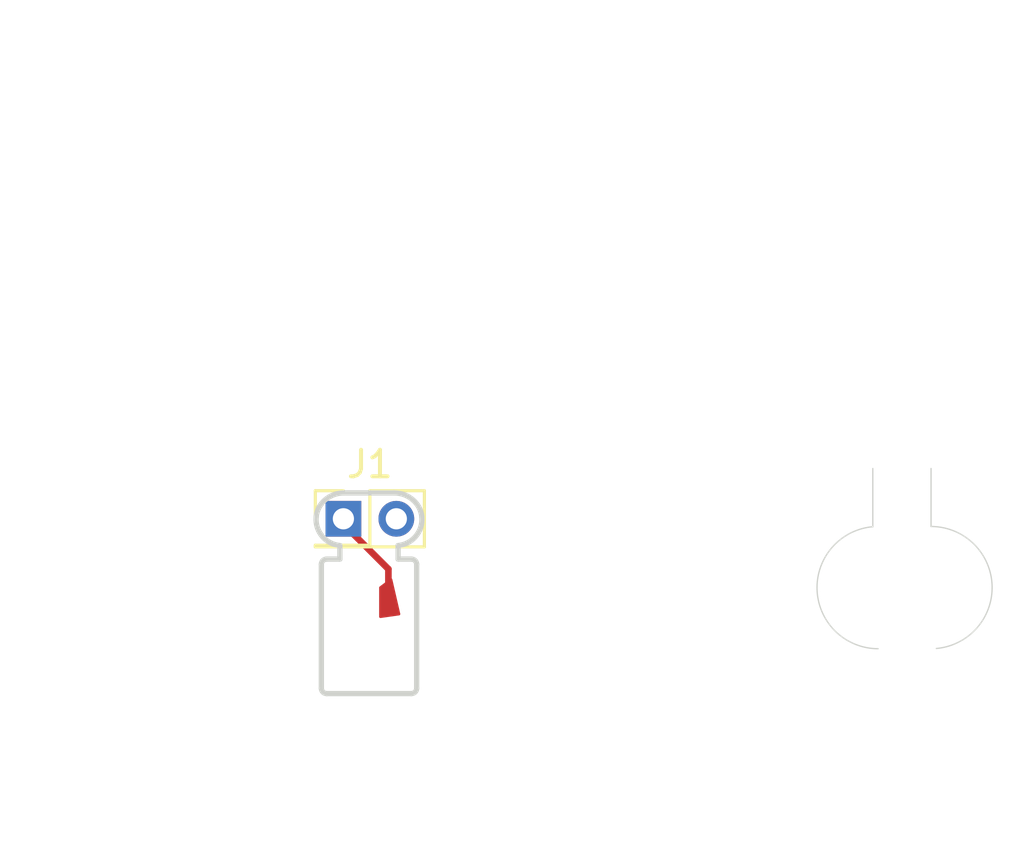
<source format=kicad_pcb>
(kicad_pcb (version 20171130) (host pcbnew "(5.1.10-1-10_14)")

  (general
    (thickness 1.6)
    (drawings 28)
    (tracks 5)
    (zones 0)
    (modules 1)
    (nets 3)
  )

  (page A4)
  (layers
    (0 F.Cu signal)
    (31 B.Cu signal)
    (32 B.Adhes user)
    (33 F.Adhes user)
    (34 B.Paste user)
    (35 F.Paste user)
    (36 B.SilkS user)
    (37 F.SilkS user)
    (38 B.Mask user)
    (39 F.Mask user)
    (40 Dwgs.User user)
    (41 Cmts.User user)
    (42 Eco1.User user)
    (43 Eco2.User user)
    (44 Edge.Cuts user)
    (45 Margin user)
    (46 B.CrtYd user)
    (47 F.CrtYd user)
    (48 B.Fab user)
    (49 F.Fab user)
  )

  (setup
    (last_trace_width 0.25)
    (trace_clearance 0.2)
    (zone_clearance 0.508)
    (zone_45_only no)
    (trace_min 0.2)
    (via_size 0.8)
    (via_drill 0.4)
    (via_min_size 0.4)
    (via_min_drill 0.3)
    (uvia_size 0.3)
    (uvia_drill 0.1)
    (uvias_allowed no)
    (uvia_min_size 0.2)
    (uvia_min_drill 0.1)
    (edge_width 0.05)
    (segment_width 0.2)
    (pcb_text_width 0.3)
    (pcb_text_size 1.5 1.5)
    (mod_edge_width 0.12)
    (mod_text_size 1 1)
    (mod_text_width 0.15)
    (pad_size 1.524 1.524)
    (pad_drill 0.762)
    (pad_to_mask_clearance 0)
    (aux_axis_origin 0 0)
    (visible_elements FFFFFF7F)
    (pcbplotparams
      (layerselection 0x010fc_ffffffff)
      (usegerberextensions false)
      (usegerberattributes true)
      (usegerberadvancedattributes true)
      (creategerberjobfile true)
      (excludeedgelayer true)
      (linewidth 0.100000)
      (plotframeref false)
      (viasonmask false)
      (mode 1)
      (useauxorigin false)
      (hpglpennumber 1)
      (hpglpenspeed 20)
      (hpglpendiameter 15.000000)
      (psnegative false)
      (psa4output false)
      (plotreference true)
      (plotvalue true)
      (plotinvisibletext false)
      (padsonsilk false)
      (subtractmaskfromsilk false)
      (outputformat 1)
      (mirror false)
      (drillshape 1)
      (scaleselection 1)
      (outputdirectory ""))
  )

  (net 0 "")
  (net 1 "Net-(J1-Pad1)")
  (net 2 "Net-(J1-Pad2)")

  (net_class Default "This is the default net class."
    (clearance 0.2)
    (trace_width 0.25)
    (via_dia 0.8)
    (via_drill 0.4)
    (uvia_dia 0.3)
    (uvia_drill 0.1)
    (add_net "Net-(J1-Pad1)")
    (add_net "Net-(J1-Pad2)")
  )

  (module Connector_PinHeader_2.00mm:PinHeader_2x01_P2.00mm_Vertical (layer F.Cu) (tedit 59FED667) (tstamp 6160C1D9)
    (at 108.9 91.9)
    (descr "Through hole straight pin header, 2x01, 2.00mm pitch, double rows")
    (tags "Through hole pin header THT 2x01 2.00mm double row")
    (path /6160674E)
    (fp_text reference J1 (at 1 -2.06) (layer F.SilkS)
      (effects (font (size 1 1) (thickness 0.15)))
    )
    (fp_text value Conn_01x02 (at -8.3 -1.2) (layer F.Fab)
      (effects (font (size 1 1) (thickness 0.15)))
    )
    (fp_line (start 3.5 -1.5) (end -1.5 -1.5) (layer F.CrtYd) (width 0.05))
    (fp_line (start 3.5 1.5) (end 3.5 -1.5) (layer F.CrtYd) (width 0.05))
    (fp_line (start -1.5 1.5) (end 3.5 1.5) (layer F.CrtYd) (width 0.05))
    (fp_line (start -1.5 -1.5) (end -1.5 1.5) (layer F.CrtYd) (width 0.05))
    (fp_line (start -1.06 -1.06) (end 0 -1.06) (layer F.SilkS) (width 0.12))
    (fp_line (start -1.06 0) (end -1.06 -1.06) (layer F.SilkS) (width 0.12))
    (fp_line (start 1 -1.06) (end 3.06 -1.06) (layer F.SilkS) (width 0.12))
    (fp_line (start 1 1) (end 1 -1.06) (layer F.SilkS) (width 0.12))
    (fp_line (start -1.06 1) (end 1 1) (layer F.SilkS) (width 0.12))
    (fp_line (start 3.06 -1.06) (end 3.06 1.06) (layer F.SilkS) (width 0.12))
    (fp_line (start -1.06 1) (end -1.06 1.06) (layer F.SilkS) (width 0.12))
    (fp_line (start -1.06 1.06) (end 3.06 1.06) (layer F.SilkS) (width 0.12))
    (fp_line (start -1 0) (end 0 -1) (layer F.Fab) (width 0.1))
    (fp_line (start -1 1) (end -1 0) (layer F.Fab) (width 0.1))
    (fp_line (start 3 1) (end -1 1) (layer F.Fab) (width 0.1))
    (fp_line (start 3 -1) (end 3 1) (layer F.Fab) (width 0.1))
    (fp_line (start 0 -1) (end 3 -1) (layer F.Fab) (width 0.1))
    (fp_text user %R (at -11.2 1.9 90) (layer F.Fab)
      (effects (font (size 1 1) (thickness 0.15)))
    )
    (pad 1 thru_hole rect (at 0 0) (size 1.35 1.35) (drill 0.8) (layers *.Cu *.Mask)
      (net 1 "Net-(J1-Pad1)"))
    (pad 2 thru_hole oval (at 2 0) (size 1.35 1.35) (drill 0.8) (layers *.Cu *.Mask)
      (net 2 "Net-(J1-Pad2)"))
    (model ${KISYS3DMOD}/Connector_PinHeader_2.00mm.3dshapes/PinHeader_2x01_P2.00mm_Vertical.wrl
      (at (xyz 0 0 0))
      (scale (xyz 1 1 1))
      (rotate (xyz 0 0 0))
    )
  )

  (gr_poly (pts (xy 111 95.5) (xy 110.3 95.6) (xy 110.3 94.5) (xy 110.7 94.2)) (layer F.Cu) (width 0.1))
  (gr_line (start 109.8 98) (end 109.8 89.8) (layer Dwgs.User) (width 0.05))
  (dimension 1.8 (width 0.15) (layer Dwgs.User) (tstamp 6160C2E2)
    (gr_text "1.800 mm" (at 108.9 101.9) (layer Dwgs.User) (tstamp 6160C2E3)
      (effects (font (size 1 1) (thickness 0.15)))
    )
    (feature1 (pts (xy 109.8 98.3) (xy 109.8 101.186421)))
    (feature2 (pts (xy 108 98.3) (xy 108 101.186421)))
    (crossbar (pts (xy 108 100.6) (xy 109.8 100.6)))
    (arrow1a (pts (xy 109.8 100.6) (xy 108.673496 101.186421)))
    (arrow1b (pts (xy 109.8 100.6) (xy 108.673496 100.013579)))
    (arrow2a (pts (xy 108 100.6) (xy 109.126504 101.186421)))
    (arrow2b (pts (xy 108 100.6) (xy 109.126504 100.013579)))
  )
  (dimension 3.600018 (width 0.15) (layer Dwgs.User)
    (gr_text "3.600 mm" (at 109.867607 104.9) (layer Dwgs.User)
      (effects (font (size 1 1) (thickness 0.15)))
    )
    (feature1 (pts (xy 111.667616 98.303397) (xy 111.667616 104.186421)))
    (feature2 (pts (xy 108.067598 98.303397) (xy 108.067598 104.186421)))
    (crossbar (pts (xy 108.067598 103.6) (xy 111.667616 103.6)))
    (arrow1a (pts (xy 111.667616 103.6) (xy 110.541112 104.186421)))
    (arrow1b (pts (xy 111.667616 103.6) (xy 110.541112 103.013579)))
    (arrow2a (pts (xy 108.067598 103.6) (xy 109.194102 104.186421)))
    (arrow2b (pts (xy 108.067598 103.6) (xy 109.194102 103.013579)))
  )
  (gr_curve (pts (xy 110.967615 93.422398) (xy 110.967615 93.422398) (xy 110.967615 92.912394) (xy 110.967615 92.912394)) (layer Edge.Cuts) (width 0.2))
  (gr_curve (pts (xy 111.467616 93.422398) (xy 111.467616 93.422398) (xy 110.967615 93.422398) (xy 110.967615 93.422398)) (layer Edge.Cuts) (width 0.2))
  (gr_curve (pts (xy 111.667616 93.622398) (xy 111.667616 93.511941) (xy 111.578072 93.422398) (xy 111.467616 93.422398)) (layer Edge.Cuts) (width 0.2))
  (gr_curve (pts (xy 111.667616 98.303397) (xy 111.667616 98.303397) (xy 111.667616 93.622398) (xy 111.667616 93.622398)) (layer Edge.Cuts) (width 0.2))
  (gr_curve (pts (xy 111.467616 98.503397) (xy 111.578072 98.503397) (xy 111.667616 98.413854) (xy 111.667616 98.303397)) (layer Edge.Cuts) (width 0.2))
  (gr_curve (pts (xy 108.267598 98.503397) (xy 108.267598 98.503397) (xy 111.467616 98.503397) (xy 111.467616 98.503397)) (layer Edge.Cuts) (width 0.2))
  (gr_curve (pts (xy 108.067598 98.303397) (xy 108.067598 98.413854) (xy 108.157141 98.503397) (xy 108.267598 98.503397)) (layer Edge.Cuts) (width 0.2))
  (gr_curve (pts (xy 108.067598 93.622398) (xy 108.067598 93.622398) (xy 108.067598 98.303397) (xy 108.067598 98.303397)) (layer Edge.Cuts) (width 0.2))
  (gr_curve (pts (xy 108.267598 93.422398) (xy 108.157141 93.422398) (xy 108.067598 93.511941) (xy 108.067598 93.622398)) (layer Edge.Cuts) (width 0.2))
  (gr_curve (pts (xy 108.767599 93.422398) (xy 108.767599 93.422398) (xy 108.267598 93.422398) (xy 108.267598 93.422398)) (layer Edge.Cuts) (width 0.2))
  (gr_curve (pts (xy 108.767599 92.912394) (xy 108.767599 92.912394) (xy 108.767599 93.422398) (xy 108.767599 93.422398)) (layer Edge.Cuts) (width 0.2))
  (gr_curve (pts (xy 107.871296 91.835629) (xy 107.824194 92.392777) (xy 108.235033 92.858699) (xy 108.767599 92.912394)) (layer Edge.Cuts) (width 0.2))
  (gr_curve (pts (xy 108.918376 90.922463) (xy 108.390366 90.922463) (xy 107.915777 91.309496) (xy 107.871296 91.835629)) (layer Edge.Cuts) (width 0.2))
  (gr_curve (pts (xy 110.816838 90.922463) (xy 110.816838 90.922463) (xy 108.918376 90.922463) (xy 108.918376 90.922463)) (layer Edge.Cuts) (width 0.2))
  (gr_curve (pts (xy 111.863918 91.835629) (xy 111.819437 91.309496) (xy 111.344848 90.922463) (xy 110.816838 90.922463)) (layer Edge.Cuts) (width 0.2))
  (gr_curve (pts (xy 110.967615 92.912394) (xy 111.500181 92.858699) (xy 111.91102 92.392777) (xy 111.863918 91.835629)) (layer Edge.Cuts) (width 0.2))
  (gr_arc (start 131.1 94.5) (end 131.3 96.8) (angle -175.0302593) (layer Edge.Cuts) (width 0.05) (tstamp 6160C295))
  (gr_arc (start 129.1 94.5) (end 128.9 92.2) (angle -175.0302593) (layer Edge.Cuts) (width 0.05))
  (gr_line (start 131.1 90) (end 131.1 92.191321) (layer Edge.Cuts) (width 0.05) (tstamp 6160C24F))
  (gr_line (start 128.9 90) (end 128.9 92.2) (layer Edge.Cuts) (width 0.05))
  (dimension 1.6 (width 0.15) (layer Dwgs.User) (tstamp 6160C23B)
    (gr_text "1.600 mm" (at 130.8 81.1) (layer Dwgs.User) (tstamp 6160C23C)
      (effects (font (size 1 1) (thickness 0.15)))
    )
    (feature1 (pts (xy 130 90) (xy 130 81.813579)))
    (feature2 (pts (xy 131.6 90) (xy 131.6 81.813579)))
    (crossbar (pts (xy 131.6 82.4) (xy 130 82.4)))
    (arrow1a (pts (xy 130 82.4) (xy 131.126504 81.813579)))
    (arrow1b (pts (xy 130 82.4) (xy 131.126504 82.986421)))
    (arrow2a (pts (xy 131.6 82.4) (xy 130.473496 81.813579)))
    (arrow2b (pts (xy 131.6 82.4) (xy 130.473496 82.986421)))
  )
  (dimension 1.6 (width 0.15) (layer Dwgs.User)
    (gr_text "1.600 mm" (at 129.2 76.9) (layer Dwgs.User)
      (effects (font (size 1 1) (thickness 0.15)))
    )
    (feature1 (pts (xy 128.4 90) (xy 128.4 77.613579)))
    (feature2 (pts (xy 130 90) (xy 130 77.613579)))
    (crossbar (pts (xy 130 78.2) (xy 128.4 78.2)))
    (arrow1a (pts (xy 128.4 78.2) (xy 129.526504 77.613579)))
    (arrow1b (pts (xy 128.4 78.2) (xy 129.526504 78.786421)))
    (arrow2a (pts (xy 130 78.2) (xy 128.873496 77.613579)))
    (arrow2b (pts (xy 130 78.2) (xy 128.873496 78.786421)))
  )
  (dimension 2.2 (width 0.15) (layer Dwgs.User) (tstamp 6160C225)
    (gr_text "2.200 mm" (at 130 73) (layer Dwgs.User) (tstamp 6160C226)
      (effects (font (size 1 1) (thickness 0.15)))
    )
    (feature1 (pts (xy 128.9 90) (xy 128.9 73.713579)))
    (feature2 (pts (xy 131.1 90) (xy 131.1 73.713579)))
    (crossbar (pts (xy 131.1 74.3) (xy 128.9 74.3)))
    (arrow1a (pts (xy 128.9 74.3) (xy 130.026504 73.713579)))
    (arrow1b (pts (xy 128.9 74.3) (xy 130.026504 74.886421)))
    (arrow2a (pts (xy 131.1 74.3) (xy 129.973496 73.713579)))
    (arrow2b (pts (xy 131.1 74.3) (xy 129.973496 74.886421)))
  )
  (dimension 1.1 (width 0.15) (layer Dwgs.User) (tstamp 6160C212)
    (gr_text "1.100 mm" (at 130.55 84.3) (layer Dwgs.User) (tstamp 6160C213)
      (effects (font (size 1 1) (thickness 0.15)))
    )
    (feature1 (pts (xy 131.1 90) (xy 131.1 85.013579)))
    (feature2 (pts (xy 130 90) (xy 130 85.013579)))
    (crossbar (pts (xy 130 85.6) (xy 131.1 85.6)))
    (arrow1a (pts (xy 131.1 85.6) (xy 129.973496 86.186421)))
    (arrow1b (pts (xy 131.1 85.6) (xy 129.973496 85.013579)))
    (arrow2a (pts (xy 130 85.6) (xy 131.126504 86.186421)))
    (arrow2b (pts (xy 130 85.6) (xy 131.126504 85.013579)))
  )

  (segment (start 108.9 91.9) (end 108.9 92) (width 0.25) (layer F.Cu) (net 1))
  (segment (start 108.9 91.9) (end 109.4 92.4) (width 0.25) (layer F.Cu) (net 1))
  (segment (start 108.9 91.9) (end 108.9 92.1) (width 0.25) (layer F.Cu) (net 1))
  (segment (start 108.9 92.1) (end 110.6 93.8) (width 0.25) (layer F.Cu) (net 1))
  (segment (start 110.6 93.8) (end 110.6 94.9) (width 0.25) (layer F.Cu) (net 1))

  (zone (net 1) (net_name "Net-(J1-Pad1)") (layer F.Cu) (tstamp 0) (hatch edge 0.508)
    (connect_pads (clearance 0.508))
    (min_thickness 0.254)
    (fill yes (arc_segments 32) (thermal_gap 0.508) (thermal_bridge_width 0.508))
    (polygon
      (pts
        (xy 109.5 94.6) (xy 109.1 94.6) (xy 109.1 97) (xy 110.4 97) (xy 110.4 96)
        (xy 111.1 96) (xy 111.1 97.8) (xy 108.5 97.8) (xy 108.5 94) (xy 109.1 94)
        (xy 109.1 93.4) (xy 109.5 93.4)
      )
    )
  )
)

</source>
